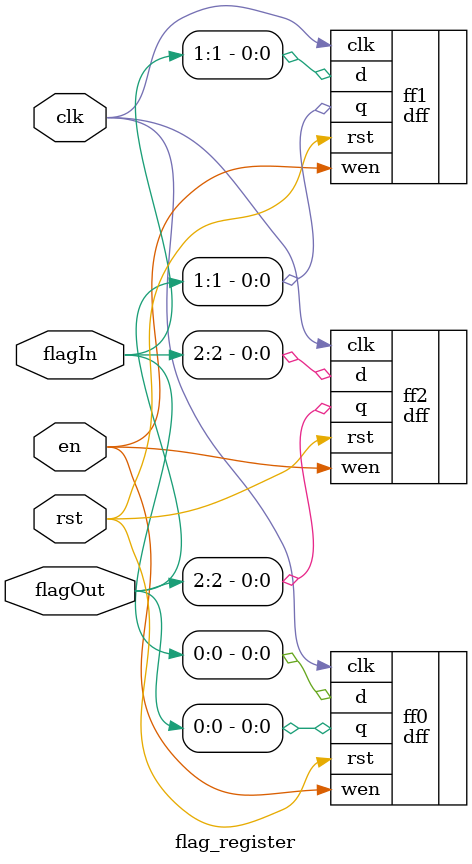
<source format=v>
module flag_register(clk, rst, flagIn, flagOut, en);

input clk, rst;
input en;
inout [2:0] flagIn;
inout [2:0] flagOut;

dff ff0(.q(flagOut[0]), .d(flagIn[0]), .wen(en), .clk(clk), .rst(rst));
dff ff1(.q(flagOut[1]), .d(flagIn[1]), .wen(en), .clk(clk), .rst(rst));
dff ff2(.q(flagOut[2]), .d(flagIn[2]), .wen(en), .clk(clk), .rst(rst));

endmodule
</source>
